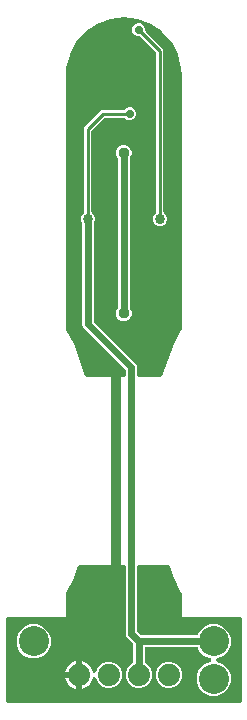
<source format=gbr>
G04 EAGLE Gerber RS-274X export*
G75*
%MOMM*%
%FSLAX34Y34*%
%LPD*%
%INBottom Copper*%
%IPPOS*%
%AMOC8*
5,1,8,0,0,1.08239X$1,22.5*%
G01*
%ADD10C,1.879600*%
%ADD11C,0.855600*%
%ADD12C,2.540000*%
%ADD13C,0.609600*%
%ADD14C,0.812800*%
%ADD15C,0.736600*%
%ADD16C,0.254000*%
%ADD17C,0.955600*%

G36*
X26Y201680D02*
X26Y201680D01*
X52Y201678D01*
X199Y201700D01*
X346Y201717D01*
X371Y201725D01*
X397Y201729D01*
X535Y201784D01*
X674Y201834D01*
X696Y201848D01*
X721Y201858D01*
X842Y201943D01*
X967Y202023D01*
X985Y202042D01*
X1007Y202057D01*
X1106Y202167D01*
X1209Y202274D01*
X1223Y202296D01*
X1240Y202316D01*
X1312Y202446D01*
X1388Y202573D01*
X1396Y202598D01*
X1409Y202621D01*
X1449Y202764D01*
X1494Y202905D01*
X1496Y202931D01*
X1504Y202956D01*
X1523Y203200D01*
X1523Y206920D01*
X1509Y207045D01*
X1502Y207172D01*
X1489Y207218D01*
X1483Y207266D01*
X1441Y207385D01*
X1406Y207506D01*
X1382Y207549D01*
X1366Y207594D01*
X1297Y207700D01*
X1236Y207811D01*
X1196Y207857D01*
X1177Y207887D01*
X1142Y207920D01*
X1077Y207997D01*
X-33000Y242074D01*
X-34572Y243646D01*
X-35307Y245420D01*
X-35307Y330910D01*
X-35321Y331036D01*
X-35328Y331162D01*
X-35341Y331208D01*
X-35347Y331256D01*
X-35389Y331375D01*
X-35424Y331497D01*
X-35448Y331539D01*
X-35464Y331585D01*
X-35533Y331691D01*
X-35594Y331801D01*
X-35595Y331802D01*
X-36537Y334075D01*
X-36537Y336485D01*
X-35615Y338711D01*
X-33975Y340351D01*
X-33896Y340450D01*
X-33812Y340544D01*
X-33788Y340586D01*
X-33758Y340624D01*
X-33704Y340738D01*
X-33643Y340849D01*
X-33630Y340895D01*
X-33609Y340939D01*
X-33583Y341062D01*
X-33548Y341184D01*
X-33543Y341245D01*
X-33536Y341279D01*
X-33537Y341327D01*
X-33529Y341428D01*
X-33529Y412743D01*
X-19043Y427229D01*
X-226Y427229D01*
X-101Y427243D01*
X26Y427250D01*
X72Y427263D01*
X120Y427269D01*
X239Y427311D01*
X360Y427346D01*
X403Y427370D01*
X448Y427386D01*
X554Y427455D01*
X665Y427516D01*
X711Y427556D01*
X741Y427575D01*
X774Y427610D01*
X851Y427675D01*
X1986Y428810D01*
X3994Y429642D01*
X6166Y429642D01*
X8174Y428810D01*
X9710Y427274D01*
X10542Y425266D01*
X10542Y423094D01*
X9710Y421086D01*
X8174Y419550D01*
X6166Y418718D01*
X3994Y418718D01*
X2379Y419387D01*
X1986Y419550D01*
X851Y420685D01*
X752Y420764D01*
X658Y420848D01*
X616Y420872D01*
X578Y420902D01*
X464Y420956D01*
X353Y421017D01*
X306Y421030D01*
X263Y421051D01*
X139Y421077D01*
X18Y421112D01*
X-43Y421117D01*
X-78Y421124D01*
X-126Y421123D01*
X-226Y421131D01*
X-15886Y421131D01*
X-16012Y421117D01*
X-16138Y421110D01*
X-16184Y421097D01*
X-16232Y421091D01*
X-16351Y421049D01*
X-16473Y421014D01*
X-16515Y420990D01*
X-16561Y420974D01*
X-16667Y420905D01*
X-16777Y420844D01*
X-16823Y420804D01*
X-16853Y420785D01*
X-16887Y420750D01*
X-16963Y420685D01*
X-26985Y410663D01*
X-27064Y410564D01*
X-27148Y410470D01*
X-27172Y410428D01*
X-27202Y410390D01*
X-27256Y410276D01*
X-27317Y410165D01*
X-27330Y410119D01*
X-27351Y410075D01*
X-27377Y409952D01*
X-27412Y409830D01*
X-27417Y409769D01*
X-27424Y409734D01*
X-27423Y409686D01*
X-27431Y409586D01*
X-27431Y341428D01*
X-27417Y341302D01*
X-27410Y341176D01*
X-27397Y341130D01*
X-27391Y341082D01*
X-27349Y340963D01*
X-27314Y340841D01*
X-27290Y340799D01*
X-27274Y340753D01*
X-27205Y340647D01*
X-27144Y340537D01*
X-27104Y340491D01*
X-27085Y340461D01*
X-27050Y340427D01*
X-26985Y340351D01*
X-25345Y338711D01*
X-24423Y336485D01*
X-24423Y334075D01*
X-25366Y331799D01*
X-25370Y331794D01*
X-25394Y331752D01*
X-25424Y331714D01*
X-25478Y331600D01*
X-25539Y331489D01*
X-25552Y331443D01*
X-25573Y331399D01*
X-25599Y331276D01*
X-25634Y331154D01*
X-25639Y331093D01*
X-25646Y331059D01*
X-25645Y331011D01*
X-25653Y330910D01*
X-25653Y249010D01*
X-25639Y248885D01*
X-25632Y248758D01*
X-25619Y248712D01*
X-25613Y248664D01*
X-25571Y248545D01*
X-25536Y248424D01*
X-25512Y248381D01*
X-25496Y248336D01*
X-25427Y248230D01*
X-25366Y248119D01*
X-25326Y248073D01*
X-25307Y248043D01*
X-25272Y248010D01*
X-25207Y247933D01*
X8870Y213856D01*
X10442Y212284D01*
X11177Y210510D01*
X11177Y203200D01*
X11180Y203174D01*
X11178Y203148D01*
X11200Y203001D01*
X11217Y202854D01*
X11225Y202829D01*
X11229Y202803D01*
X11284Y202665D01*
X11334Y202526D01*
X11348Y202504D01*
X11358Y202479D01*
X11443Y202358D01*
X11523Y202233D01*
X11542Y202215D01*
X11557Y202193D01*
X11667Y202094D01*
X11774Y201991D01*
X11796Y201977D01*
X11816Y201960D01*
X11946Y201888D01*
X12073Y201812D01*
X12098Y201804D01*
X12121Y201791D01*
X12264Y201751D01*
X12405Y201706D01*
X12431Y201704D01*
X12456Y201696D01*
X12700Y201677D01*
X31083Y201677D01*
X31184Y201688D01*
X31285Y201690D01*
X31356Y201708D01*
X31429Y201717D01*
X31525Y201751D01*
X31623Y201776D01*
X31688Y201809D01*
X31757Y201834D01*
X31843Y201889D01*
X31933Y201936D01*
X31989Y201983D01*
X32050Y202023D01*
X32121Y202096D01*
X32198Y202162D01*
X32241Y202221D01*
X32292Y202274D01*
X32344Y202361D01*
X32405Y202442D01*
X32447Y202532D01*
X32471Y202573D01*
X32482Y202607D01*
X32509Y202663D01*
X42498Y229204D01*
X48849Y241405D01*
X48874Y241469D01*
X48907Y241529D01*
X48936Y241631D01*
X48974Y241730D01*
X48983Y241798D01*
X49002Y241864D01*
X49015Y242035D01*
X49021Y242075D01*
X49020Y242089D01*
X49021Y242108D01*
X49021Y457200D01*
X49017Y457234D01*
X49018Y457292D01*
X48672Y463017D01*
X48669Y463033D01*
X48670Y463048D01*
X48631Y463290D01*
X45890Y474408D01*
X45869Y474465D01*
X45856Y474526D01*
X45779Y474706D01*
X45769Y474734D01*
X45765Y474740D01*
X45760Y474751D01*
X40439Y484890D01*
X40404Y484941D01*
X40377Y484997D01*
X40260Y485153D01*
X40243Y485178D01*
X40237Y485183D01*
X40230Y485192D01*
X32637Y493763D01*
X32591Y493804D01*
X32552Y493852D01*
X32400Y493976D01*
X32378Y493996D01*
X32371Y493999D01*
X32362Y494006D01*
X22939Y500511D01*
X22884Y500540D01*
X22835Y500577D01*
X22658Y500661D01*
X22631Y500675D01*
X22624Y500677D01*
X22614Y500682D01*
X11907Y504742D01*
X11847Y504757D01*
X11790Y504781D01*
X11598Y504820D01*
X11569Y504828D01*
X11562Y504828D01*
X11551Y504830D01*
X184Y506210D01*
X122Y506211D01*
X61Y506220D01*
X-135Y506212D01*
X-165Y506212D01*
X-172Y506211D01*
X-184Y506210D01*
X-11551Y504830D01*
X-11611Y504816D01*
X-11672Y504810D01*
X-11860Y504756D01*
X-11890Y504749D01*
X-11896Y504745D01*
X-11907Y504742D01*
X-22614Y500682D01*
X-22668Y500653D01*
X-22727Y500633D01*
X-22897Y500535D01*
X-22923Y500522D01*
X-22929Y500517D01*
X-22939Y500511D01*
X-32362Y494006D01*
X-32409Y493966D01*
X-32461Y493932D01*
X-32602Y493797D01*
X-32625Y493777D01*
X-32629Y493771D01*
X-32637Y493763D01*
X-40230Y485192D01*
X-40266Y485141D01*
X-40308Y485097D01*
X-40413Y484931D01*
X-40430Y484906D01*
X-40433Y484899D01*
X-40439Y484890D01*
X-45760Y474751D01*
X-45782Y474693D01*
X-45813Y474640D01*
X-45875Y474454D01*
X-45886Y474426D01*
X-45887Y474418D01*
X-45890Y474408D01*
X-48631Y463290D01*
X-48633Y463274D01*
X-48638Y463259D01*
X-48672Y463017D01*
X-49018Y457292D01*
X-49017Y457258D01*
X-49021Y457200D01*
X-49021Y242108D01*
X-49013Y242040D01*
X-49015Y241971D01*
X-48994Y241867D01*
X-48981Y241762D01*
X-48958Y241697D01*
X-48944Y241630D01*
X-48878Y241472D01*
X-48864Y241434D01*
X-48857Y241423D01*
X-48849Y241405D01*
X-42498Y229204D01*
X-32509Y202663D01*
X-32462Y202573D01*
X-32425Y202479D01*
X-32383Y202419D01*
X-32349Y202353D01*
X-32284Y202276D01*
X-32226Y202193D01*
X-32172Y202144D01*
X-32124Y202088D01*
X-32043Y202028D01*
X-31967Y201960D01*
X-31903Y201924D01*
X-31844Y201880D01*
X-31751Y201840D01*
X-31662Y201791D01*
X-31592Y201771D01*
X-31524Y201742D01*
X-31424Y201724D01*
X-31327Y201696D01*
X-31228Y201688D01*
X-31181Y201680D01*
X-31145Y201682D01*
X-31083Y201677D01*
X0Y201677D01*
X26Y201680D01*
G37*
G36*
X98324Y-74418D02*
X98324Y-74418D01*
X98350Y-74420D01*
X98497Y-74398D01*
X98644Y-74381D01*
X98669Y-74373D01*
X98695Y-74369D01*
X98833Y-74314D01*
X98972Y-74264D01*
X98994Y-74250D01*
X99019Y-74240D01*
X99140Y-74155D01*
X99265Y-74075D01*
X99283Y-74056D01*
X99305Y-74041D01*
X99404Y-73931D01*
X99507Y-73824D01*
X99521Y-73802D01*
X99538Y-73782D01*
X99610Y-73652D01*
X99686Y-73525D01*
X99694Y-73500D01*
X99707Y-73477D01*
X99747Y-73334D01*
X99792Y-73193D01*
X99794Y-73167D01*
X99802Y-73142D01*
X99821Y-72898D01*
X99821Y-3302D01*
X99818Y-3276D01*
X99820Y-3250D01*
X99798Y-3103D01*
X99781Y-2956D01*
X99773Y-2931D01*
X99769Y-2905D01*
X99714Y-2767D01*
X99664Y-2628D01*
X99650Y-2606D01*
X99640Y-2581D01*
X99555Y-2460D01*
X99475Y-2335D01*
X99456Y-2317D01*
X99441Y-2295D01*
X99331Y-2196D01*
X99224Y-2093D01*
X99202Y-2079D01*
X99182Y-2062D01*
X99052Y-1990D01*
X98925Y-1914D01*
X98900Y-1906D01*
X98877Y-1893D01*
X98734Y-1853D01*
X98593Y-1808D01*
X98567Y-1806D01*
X98542Y-1798D01*
X98298Y-1779D01*
X50063Y-1779D01*
X49021Y-737D01*
X49021Y18242D01*
X49013Y18310D01*
X49015Y18379D01*
X48994Y18483D01*
X48981Y18588D01*
X48958Y18653D01*
X48944Y18720D01*
X48878Y18878D01*
X48864Y18916D01*
X48857Y18927D01*
X48849Y18945D01*
X42498Y31146D01*
X38723Y41177D01*
X38676Y41267D01*
X38639Y41361D01*
X38597Y41421D01*
X38563Y41487D01*
X38498Y41564D01*
X38440Y41647D01*
X38385Y41696D01*
X38338Y41752D01*
X38257Y41813D01*
X38181Y41880D01*
X38117Y41916D01*
X38058Y41960D01*
X37965Y42000D01*
X37876Y42049D01*
X37806Y42069D01*
X37738Y42098D01*
X37638Y42116D01*
X37541Y42144D01*
X37442Y42152D01*
X37395Y42160D01*
X37359Y42158D01*
X37297Y42163D01*
X12700Y42163D01*
X12674Y42160D01*
X12648Y42162D01*
X12501Y42140D01*
X12354Y42123D01*
X12329Y42115D01*
X12303Y42111D01*
X12165Y42056D01*
X12026Y42006D01*
X12004Y41992D01*
X11979Y41982D01*
X11858Y41897D01*
X11733Y41817D01*
X11715Y41798D01*
X11693Y41783D01*
X11594Y41673D01*
X11491Y41566D01*
X11477Y41544D01*
X11460Y41524D01*
X11388Y41394D01*
X11312Y41267D01*
X11304Y41242D01*
X11291Y41219D01*
X11251Y41076D01*
X11206Y40935D01*
X11204Y40909D01*
X11196Y40884D01*
X11177Y40640D01*
X11177Y-13245D01*
X11191Y-13370D01*
X11198Y-13497D01*
X11211Y-13543D01*
X11217Y-13591D01*
X11259Y-13710D01*
X11294Y-13831D01*
X11318Y-13874D01*
X11334Y-13919D01*
X11403Y-14025D01*
X11464Y-14136D01*
X11504Y-14182D01*
X11523Y-14212D01*
X11558Y-14245D01*
X11623Y-14322D01*
X14253Y-16952D01*
X14352Y-17031D01*
X14446Y-17115D01*
X14488Y-17139D01*
X14526Y-17169D01*
X14640Y-17223D01*
X14751Y-17284D01*
X14798Y-17297D01*
X14841Y-17318D01*
X14965Y-17344D01*
X15086Y-17379D01*
X15147Y-17384D01*
X15182Y-17391D01*
X15230Y-17390D01*
X15330Y-17398D01*
X61510Y-17398D01*
X61586Y-17390D01*
X61662Y-17391D01*
X61758Y-17370D01*
X61856Y-17358D01*
X61928Y-17333D01*
X62003Y-17316D01*
X62091Y-17274D01*
X62184Y-17241D01*
X62248Y-17199D01*
X62317Y-17167D01*
X62394Y-17105D01*
X62477Y-17052D01*
X62530Y-16997D01*
X62590Y-16949D01*
X62651Y-16872D01*
X62719Y-16801D01*
X62758Y-16736D01*
X62806Y-16676D01*
X62874Y-16542D01*
X62898Y-16502D01*
X62904Y-16484D01*
X62917Y-16458D01*
X63926Y-14023D01*
X67998Y-9951D01*
X73320Y-7746D01*
X79080Y-7746D01*
X84402Y-9951D01*
X88474Y-14023D01*
X90679Y-19345D01*
X90679Y-25105D01*
X88474Y-30427D01*
X84402Y-34499D01*
X79107Y-36693D01*
X79019Y-36742D01*
X78927Y-36782D01*
X78867Y-36826D01*
X78802Y-36862D01*
X78728Y-36929D01*
X78647Y-36989D01*
X78599Y-37046D01*
X78544Y-37096D01*
X78487Y-37179D01*
X78422Y-37255D01*
X78388Y-37322D01*
X78346Y-37383D01*
X78309Y-37476D01*
X78263Y-37566D01*
X78245Y-37638D01*
X78218Y-37707D01*
X78203Y-37807D01*
X78179Y-37904D01*
X78178Y-37978D01*
X78167Y-38052D01*
X78175Y-38152D01*
X78174Y-38252D01*
X78190Y-38325D01*
X78196Y-38399D01*
X78227Y-38495D01*
X78248Y-38593D01*
X78280Y-38660D01*
X78303Y-38731D01*
X78355Y-38817D01*
X78398Y-38908D01*
X78444Y-38966D01*
X78483Y-39029D01*
X78553Y-39101D01*
X78615Y-39180D01*
X78674Y-39226D01*
X78726Y-39279D01*
X78810Y-39334D01*
X78889Y-39396D01*
X78978Y-39442D01*
X79019Y-39468D01*
X79053Y-39480D01*
X79107Y-39507D01*
X84402Y-41701D01*
X88474Y-45773D01*
X90679Y-51095D01*
X90679Y-56855D01*
X88474Y-62177D01*
X84402Y-66249D01*
X79080Y-68454D01*
X73320Y-68454D01*
X67998Y-66249D01*
X63926Y-62177D01*
X61721Y-56855D01*
X61721Y-51095D01*
X63926Y-45773D01*
X67998Y-41701D01*
X73293Y-39507D01*
X73381Y-39459D01*
X73473Y-39419D01*
X73533Y-39374D01*
X73598Y-39338D01*
X73672Y-39271D01*
X73753Y-39211D01*
X73801Y-39154D01*
X73856Y-39104D01*
X73913Y-39021D01*
X73978Y-38945D01*
X74012Y-38878D01*
X74054Y-38817D01*
X74091Y-38724D01*
X74137Y-38634D01*
X74155Y-38562D01*
X74182Y-38493D01*
X74197Y-38394D01*
X74221Y-38296D01*
X74222Y-38222D01*
X74233Y-38148D01*
X74225Y-38048D01*
X74226Y-37948D01*
X74210Y-37875D01*
X74204Y-37801D01*
X74173Y-37705D01*
X74152Y-37607D01*
X74120Y-37540D01*
X74097Y-37469D01*
X74045Y-37383D01*
X74002Y-37292D01*
X73956Y-37234D01*
X73917Y-37171D01*
X73847Y-37098D01*
X73785Y-37020D01*
X73726Y-36974D01*
X73674Y-36921D01*
X73590Y-36866D01*
X73511Y-36804D01*
X73422Y-36758D01*
X73381Y-36732D01*
X73348Y-36720D01*
X73293Y-36693D01*
X67998Y-34499D01*
X63926Y-30427D01*
X62917Y-27992D01*
X62880Y-27925D01*
X62852Y-27854D01*
X62796Y-27774D01*
X62748Y-27687D01*
X62696Y-27631D01*
X62653Y-27568D01*
X62580Y-27502D01*
X62514Y-27429D01*
X62451Y-27386D01*
X62394Y-27335D01*
X62308Y-27287D01*
X62227Y-27231D01*
X62156Y-27203D01*
X62089Y-27166D01*
X61994Y-27139D01*
X61903Y-27103D01*
X61827Y-27092D01*
X61754Y-27071D01*
X61605Y-27059D01*
X61558Y-27052D01*
X61539Y-27054D01*
X61510Y-27052D01*
X19050Y-27052D01*
X19024Y-27055D01*
X18998Y-27053D01*
X18851Y-27075D01*
X18704Y-27092D01*
X18679Y-27100D01*
X18653Y-27104D01*
X18515Y-27159D01*
X18376Y-27209D01*
X18354Y-27223D01*
X18329Y-27233D01*
X18208Y-27318D01*
X18083Y-27398D01*
X18065Y-27417D01*
X18043Y-27432D01*
X17944Y-27542D01*
X17841Y-27649D01*
X17827Y-27671D01*
X17810Y-27691D01*
X17738Y-27821D01*
X17662Y-27948D01*
X17654Y-27973D01*
X17641Y-27996D01*
X17601Y-28139D01*
X17556Y-28280D01*
X17554Y-28306D01*
X17546Y-28331D01*
X17527Y-28575D01*
X17527Y-39684D01*
X17535Y-39760D01*
X17534Y-39836D01*
X17555Y-39932D01*
X17567Y-40030D01*
X17592Y-40102D01*
X17609Y-40177D01*
X17651Y-40265D01*
X17684Y-40358D01*
X17726Y-40423D01*
X17758Y-40491D01*
X17820Y-40568D01*
X17873Y-40651D01*
X17928Y-40704D01*
X17976Y-40764D01*
X18053Y-40825D01*
X18124Y-40893D01*
X18189Y-40932D01*
X18249Y-40980D01*
X18382Y-41048D01*
X18423Y-41072D01*
X18441Y-41078D01*
X18467Y-41091D01*
X19031Y-41325D01*
X22175Y-44469D01*
X23877Y-48577D01*
X23877Y-53023D01*
X22175Y-57131D01*
X19031Y-60275D01*
X14923Y-61977D01*
X10477Y-61977D01*
X6369Y-60275D01*
X3225Y-57131D01*
X1523Y-53023D01*
X1523Y-48577D01*
X3225Y-44469D01*
X6369Y-41325D01*
X6933Y-41091D01*
X7000Y-41054D01*
X7071Y-41026D01*
X7152Y-40970D01*
X7238Y-40922D01*
X7294Y-40870D01*
X7357Y-40827D01*
X7423Y-40754D01*
X7496Y-40688D01*
X7539Y-40625D01*
X7590Y-40568D01*
X7638Y-40482D01*
X7694Y-40401D01*
X7722Y-40330D01*
X7759Y-40263D01*
X7786Y-40168D01*
X7822Y-40077D01*
X7833Y-40001D01*
X7854Y-39928D01*
X7866Y-39779D01*
X7873Y-39732D01*
X7871Y-39713D01*
X7873Y-39684D01*
X7873Y-24855D01*
X7859Y-24730D01*
X7852Y-24603D01*
X7839Y-24557D01*
X7833Y-24509D01*
X7791Y-24390D01*
X7756Y-24269D01*
X7732Y-24226D01*
X7716Y-24181D01*
X7647Y-24075D01*
X7586Y-23964D01*
X7546Y-23918D01*
X7527Y-23888D01*
X7492Y-23855D01*
X7427Y-23778D01*
X2258Y-18609D01*
X1523Y-16835D01*
X1523Y40640D01*
X1520Y40666D01*
X1522Y40692D01*
X1500Y40839D01*
X1483Y40986D01*
X1475Y41011D01*
X1471Y41037D01*
X1416Y41175D01*
X1366Y41314D01*
X1352Y41336D01*
X1342Y41361D01*
X1257Y41482D01*
X1177Y41607D01*
X1158Y41625D01*
X1143Y41647D01*
X1033Y41746D01*
X926Y41849D01*
X904Y41863D01*
X884Y41880D01*
X754Y41952D01*
X627Y42028D01*
X602Y42036D01*
X579Y42049D01*
X436Y42089D01*
X295Y42134D01*
X269Y42136D01*
X244Y42144D01*
X0Y42163D01*
X-37297Y42163D01*
X-37398Y42152D01*
X-37499Y42150D01*
X-37570Y42132D01*
X-37643Y42123D01*
X-37739Y42089D01*
X-37837Y42064D01*
X-37902Y42031D01*
X-37971Y42006D01*
X-38056Y41951D01*
X-38146Y41904D01*
X-38202Y41857D01*
X-38264Y41817D01*
X-38335Y41744D01*
X-38412Y41678D01*
X-38455Y41619D01*
X-38506Y41566D01*
X-38558Y41479D01*
X-38618Y41398D01*
X-38661Y41308D01*
X-38685Y41267D01*
X-38696Y41233D01*
X-38723Y41177D01*
X-42498Y31146D01*
X-48849Y18945D01*
X-48874Y18881D01*
X-48907Y18821D01*
X-48936Y18719D01*
X-48974Y18620D01*
X-48983Y18552D01*
X-49002Y18486D01*
X-49015Y18315D01*
X-49021Y18275D01*
X-49020Y18261D01*
X-49021Y18242D01*
X-49021Y-737D01*
X-50063Y-1779D01*
X-98298Y-1779D01*
X-98324Y-1782D01*
X-98350Y-1780D01*
X-98497Y-1802D01*
X-98644Y-1819D01*
X-98669Y-1827D01*
X-98695Y-1831D01*
X-98833Y-1886D01*
X-98972Y-1936D01*
X-98994Y-1950D01*
X-99019Y-1960D01*
X-99140Y-2045D01*
X-99265Y-2125D01*
X-99283Y-2144D01*
X-99305Y-2159D01*
X-99404Y-2269D01*
X-99507Y-2376D01*
X-99521Y-2398D01*
X-99538Y-2418D01*
X-99610Y-2548D01*
X-99686Y-2675D01*
X-99694Y-2700D01*
X-99707Y-2723D01*
X-99747Y-2866D01*
X-99792Y-3007D01*
X-99794Y-3033D01*
X-99802Y-3058D01*
X-99821Y-3302D01*
X-99821Y-72898D01*
X-99818Y-72924D01*
X-99820Y-72950D01*
X-99798Y-73097D01*
X-99781Y-73244D01*
X-99773Y-73269D01*
X-99769Y-73295D01*
X-99714Y-73433D01*
X-99664Y-73572D01*
X-99650Y-73594D01*
X-99640Y-73619D01*
X-99555Y-73740D01*
X-99475Y-73865D01*
X-99456Y-73883D01*
X-99441Y-73905D01*
X-99331Y-74004D01*
X-99224Y-74107D01*
X-99202Y-74121D01*
X-99182Y-74138D01*
X-99052Y-74210D01*
X-98925Y-74286D01*
X-98900Y-74294D01*
X-98877Y-74307D01*
X-98734Y-74347D01*
X-98593Y-74392D01*
X-98567Y-74394D01*
X-98542Y-74402D01*
X-98298Y-74421D01*
X98298Y-74421D01*
X98324Y-74418D01*
G37*
%LPC*%
G36*
X-1304Y248713D02*
X-1304Y248713D01*
X-3714Y249711D01*
X-5559Y251556D01*
X-6557Y253966D01*
X-6557Y256574D01*
X-5559Y258984D01*
X-5273Y259270D01*
X-5194Y259369D01*
X-5110Y259463D01*
X-5086Y259505D01*
X-5056Y259543D01*
X-5002Y259657D01*
X-4941Y259768D01*
X-4928Y259814D01*
X-4907Y259858D01*
X-4881Y259981D01*
X-4846Y260103D01*
X-4841Y260164D01*
X-4834Y260199D01*
X-4835Y260247D01*
X-4827Y260347D01*
X-4827Y386083D01*
X-4841Y386209D01*
X-4848Y386335D01*
X-4861Y386381D01*
X-4867Y386429D01*
X-4909Y386548D01*
X-4944Y386670D01*
X-4968Y386712D01*
X-4984Y386757D01*
X-5053Y386864D01*
X-5114Y386974D01*
X-5154Y387020D01*
X-5173Y387050D01*
X-5208Y387084D01*
X-5273Y387160D01*
X-5559Y387446D01*
X-6557Y389856D01*
X-6557Y392464D01*
X-5559Y394874D01*
X-3714Y396719D01*
X-1304Y397717D01*
X1304Y397717D01*
X3714Y396719D01*
X5559Y394874D01*
X6557Y392464D01*
X6557Y389856D01*
X5559Y387446D01*
X5273Y387160D01*
X5194Y387061D01*
X5110Y386967D01*
X5086Y386925D01*
X5056Y386887D01*
X5002Y386773D01*
X4941Y386662D01*
X4928Y386616D01*
X4907Y386572D01*
X4881Y386449D01*
X4846Y386327D01*
X4841Y386266D01*
X4834Y386231D01*
X4835Y386183D01*
X4827Y386083D01*
X4827Y260347D01*
X4841Y260221D01*
X4848Y260095D01*
X4861Y260049D01*
X4867Y260001D01*
X4909Y259882D01*
X4944Y259760D01*
X4968Y259718D01*
X4984Y259673D01*
X5053Y259566D01*
X5114Y259456D01*
X5154Y259410D01*
X5173Y259380D01*
X5208Y259346D01*
X5273Y259270D01*
X5559Y258984D01*
X6557Y256574D01*
X6557Y253966D01*
X5559Y251556D01*
X3714Y249711D01*
X1304Y248713D01*
X-1304Y248713D01*
G37*
%LPD*%
%LPC*%
G36*
X29275Y329223D02*
X29275Y329223D01*
X27049Y330145D01*
X25345Y331849D01*
X24423Y334075D01*
X24423Y336485D01*
X25345Y338711D01*
X26985Y340351D01*
X27064Y340450D01*
X27148Y340544D01*
X27172Y340586D01*
X27202Y340624D01*
X27256Y340738D01*
X27317Y340849D01*
X27330Y340895D01*
X27351Y340939D01*
X27377Y341062D01*
X27412Y341184D01*
X27417Y341245D01*
X27424Y341279D01*
X27423Y341327D01*
X27431Y341428D01*
X27431Y475626D01*
X27417Y475752D01*
X27410Y475878D01*
X27397Y475924D01*
X27391Y475972D01*
X27349Y476091D01*
X27314Y476213D01*
X27290Y476255D01*
X27274Y476301D01*
X27205Y476407D01*
X27144Y476517D01*
X27104Y476563D01*
X27085Y476593D01*
X27050Y476627D01*
X26985Y476703D01*
X14296Y489392D01*
X14197Y489471D01*
X14103Y489555D01*
X14061Y489579D01*
X14023Y489609D01*
X13909Y489663D01*
X13798Y489724D01*
X13752Y489737D01*
X13708Y489758D01*
X13585Y489784D01*
X13463Y489819D01*
X13402Y489824D01*
X13367Y489831D01*
X13319Y489830D01*
X13219Y489838D01*
X11614Y489838D01*
X9606Y490670D01*
X8070Y492206D01*
X7238Y494214D01*
X7238Y496386D01*
X8070Y498394D01*
X9606Y499930D01*
X11614Y500762D01*
X13786Y500762D01*
X15794Y499930D01*
X17330Y498394D01*
X18162Y496386D01*
X18162Y494781D01*
X18176Y494655D01*
X18183Y494529D01*
X18196Y494483D01*
X18202Y494435D01*
X18244Y494316D01*
X18279Y494194D01*
X18303Y494152D01*
X18319Y494106D01*
X18388Y494000D01*
X18449Y493890D01*
X18489Y493844D01*
X18508Y493814D01*
X18543Y493780D01*
X18608Y493704D01*
X33529Y478783D01*
X33529Y341428D01*
X33543Y341302D01*
X33550Y341176D01*
X33563Y341130D01*
X33569Y341082D01*
X33611Y340963D01*
X33646Y340841D01*
X33670Y340799D01*
X33686Y340753D01*
X33755Y340647D01*
X33816Y340537D01*
X33856Y340491D01*
X33875Y340461D01*
X33910Y340427D01*
X33975Y340351D01*
X35615Y338711D01*
X36537Y336485D01*
X36537Y334075D01*
X35615Y331849D01*
X33911Y330145D01*
X31685Y329223D01*
X29275Y329223D01*
G37*
%LPD*%
%LPC*%
G36*
X-79080Y-36704D02*
X-79080Y-36704D01*
X-84402Y-34499D01*
X-88474Y-30427D01*
X-90679Y-25105D01*
X-90679Y-19345D01*
X-88474Y-14023D01*
X-84402Y-9951D01*
X-79080Y-7746D01*
X-73320Y-7746D01*
X-67998Y-9951D01*
X-63926Y-14023D01*
X-61721Y-19345D01*
X-61721Y-25105D01*
X-63926Y-30427D01*
X-67998Y-34499D01*
X-73320Y-36704D01*
X-79080Y-36704D01*
G37*
%LPD*%
%LPC*%
G36*
X-35561Y-51816D02*
X-35561Y-51816D01*
X-35564Y-51790D01*
X-35562Y-51764D01*
X-35584Y-51617D01*
X-35601Y-51470D01*
X-35609Y-51445D01*
X-35613Y-51419D01*
X-35668Y-51282D01*
X-35718Y-51142D01*
X-35732Y-51120D01*
X-35742Y-51095D01*
X-35827Y-50974D01*
X-35907Y-50849D01*
X-35926Y-50831D01*
X-35941Y-50809D01*
X-35957Y-50795D01*
X-35875Y-50710D01*
X-35861Y-50687D01*
X-35844Y-50668D01*
X-35772Y-50538D01*
X-35696Y-50411D01*
X-35688Y-50386D01*
X-35675Y-50363D01*
X-35635Y-50220D01*
X-35590Y-50079D01*
X-35587Y-50053D01*
X-35580Y-50028D01*
X-35561Y-49784D01*
X-35561Y-39115D01*
X-35304Y-39155D01*
X-33517Y-39736D01*
X-31843Y-40589D01*
X-30322Y-41694D01*
X-28994Y-43022D01*
X-27889Y-44543D01*
X-27036Y-46217D01*
X-26493Y-47887D01*
X-26427Y-48032D01*
X-26363Y-48179D01*
X-26355Y-48191D01*
X-26348Y-48204D01*
X-26251Y-48330D01*
X-26155Y-48459D01*
X-26144Y-48468D01*
X-26135Y-48480D01*
X-26011Y-48581D01*
X-25889Y-48684D01*
X-25876Y-48690D01*
X-25865Y-48700D01*
X-25721Y-48770D01*
X-25579Y-48843D01*
X-25565Y-48846D01*
X-25552Y-48852D01*
X-25395Y-48888D01*
X-25241Y-48927D01*
X-25226Y-48927D01*
X-25212Y-48930D01*
X-25052Y-48929D01*
X-24892Y-48932D01*
X-24878Y-48929D01*
X-24864Y-48929D01*
X-24708Y-48892D01*
X-24552Y-48857D01*
X-24539Y-48851D01*
X-24525Y-48848D01*
X-24381Y-48776D01*
X-24237Y-48708D01*
X-24226Y-48699D01*
X-24213Y-48692D01*
X-24089Y-48590D01*
X-23965Y-48490D01*
X-23956Y-48479D01*
X-23945Y-48470D01*
X-23848Y-48343D01*
X-23749Y-48217D01*
X-23741Y-48201D01*
X-23734Y-48192D01*
X-23718Y-48157D01*
X-23637Y-47999D01*
X-22175Y-44469D01*
X-19031Y-41325D01*
X-14923Y-39623D01*
X-10477Y-39623D01*
X-6369Y-41325D01*
X-3225Y-44469D01*
X-1523Y-48577D01*
X-1523Y-53023D01*
X-3225Y-57131D01*
X-6369Y-60275D01*
X-10477Y-61977D01*
X-14923Y-61977D01*
X-19031Y-60275D01*
X-22175Y-57131D01*
X-23637Y-53601D01*
X-23715Y-53461D01*
X-23790Y-53320D01*
X-23800Y-53309D01*
X-23807Y-53296D01*
X-23914Y-53178D01*
X-24019Y-53057D01*
X-24031Y-53049D01*
X-24041Y-53038D01*
X-24173Y-52947D01*
X-24302Y-52854D01*
X-24316Y-52848D01*
X-24328Y-52840D01*
X-24477Y-52781D01*
X-24624Y-52720D01*
X-24638Y-52717D01*
X-24652Y-52712D01*
X-24810Y-52689D01*
X-24968Y-52663D01*
X-24982Y-52663D01*
X-24997Y-52661D01*
X-25156Y-52675D01*
X-25315Y-52685D01*
X-25329Y-52689D01*
X-25344Y-52690D01*
X-25496Y-52739D01*
X-25649Y-52786D01*
X-25662Y-52793D01*
X-25676Y-52797D01*
X-25813Y-52880D01*
X-25951Y-52960D01*
X-25962Y-52970D01*
X-25974Y-52977D01*
X-26089Y-53089D01*
X-26206Y-53198D01*
X-26214Y-53210D01*
X-26224Y-53220D01*
X-26310Y-53354D01*
X-26399Y-53487D01*
X-26406Y-53503D01*
X-26412Y-53513D01*
X-26425Y-53549D01*
X-26493Y-53713D01*
X-27036Y-55383D01*
X-27889Y-57057D01*
X-28994Y-58578D01*
X-30322Y-59906D01*
X-31843Y-61011D01*
X-33517Y-61864D01*
X-35304Y-62445D01*
X-35561Y-62485D01*
X-35561Y-51816D01*
G37*
%LPD*%
%LPC*%
G36*
X35877Y-61977D02*
X35877Y-61977D01*
X31769Y-60275D01*
X28625Y-57131D01*
X26923Y-53023D01*
X26923Y-48577D01*
X28625Y-44469D01*
X31769Y-41325D01*
X35877Y-39623D01*
X40323Y-39623D01*
X44431Y-41325D01*
X47575Y-44469D01*
X49277Y-48577D01*
X49277Y-53023D01*
X47575Y-57131D01*
X44431Y-60275D01*
X40323Y-61977D01*
X35877Y-61977D01*
G37*
%LPD*%
%LPC*%
G36*
X-40896Y-62445D02*
X-40896Y-62445D01*
X-42683Y-61864D01*
X-44357Y-61011D01*
X-45878Y-59906D01*
X-47206Y-58578D01*
X-48311Y-57057D01*
X-49164Y-55383D01*
X-49745Y-53596D01*
X-49785Y-53339D01*
X-40639Y-53339D01*
X-40639Y-62485D01*
X-40896Y-62445D01*
G37*
%LPD*%
%LPC*%
G36*
X-49785Y-48261D02*
X-49785Y-48261D01*
X-49745Y-48004D01*
X-49164Y-46217D01*
X-48311Y-44543D01*
X-47206Y-43022D01*
X-45878Y-41694D01*
X-44357Y-40589D01*
X-42683Y-39736D01*
X-40896Y-39155D01*
X-40639Y-39115D01*
X-40639Y-48261D01*
X-49785Y-48261D01*
G37*
%LPD*%
D10*
X-38100Y-50800D03*
X-12700Y-50800D03*
X12700Y-50800D03*
X38100Y-50800D03*
D11*
X-20320Y313690D03*
X20320Y313690D03*
D12*
X-76200Y-53975D03*
D11*
X25400Y25400D03*
X-25400Y25400D03*
X25400Y222250D03*
X-25400Y222250D03*
D13*
X-6985Y36195D02*
X-17780Y25400D01*
X-25400Y25400D01*
X-6985Y203835D02*
X-25400Y222250D01*
D14*
X-6985Y203835D02*
X-6985Y36195D01*
D11*
X-12700Y495300D03*
X-43180Y401320D03*
X43180Y401320D03*
D12*
X76200Y-53975D03*
D11*
X30480Y335280D03*
D15*
X12700Y495300D03*
D16*
X30480Y477520D02*
X30480Y335280D01*
X30480Y477520D02*
X12700Y495300D01*
D13*
X-30480Y246380D02*
X6350Y209550D01*
X6350Y-15875D01*
X12700Y-22225D01*
D12*
X76200Y-22225D03*
D13*
X12700Y-22225D01*
D11*
X-30480Y335280D03*
D13*
X-30480Y246380D01*
X12700Y-22225D02*
X12700Y-50800D01*
D15*
X5080Y424180D03*
D16*
X-17780Y424180D01*
X-30480Y411480D01*
X-30480Y335280D01*
D17*
X0Y255270D03*
D13*
X0Y391160D01*
D12*
X-76200Y-22225D03*
D17*
X0Y391160D03*
M02*

</source>
